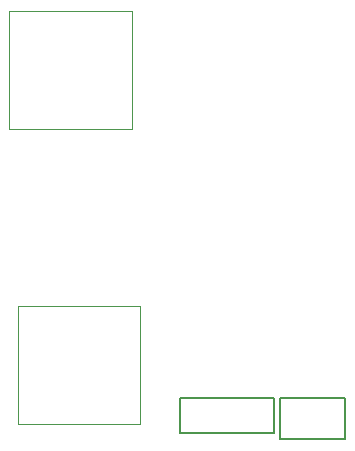
<source format=gbr>
G04 #@! TF.FileFunction,Other,User*
%FSLAX46Y46*%
G04 Gerber Fmt 4.6, Leading zero omitted, Abs format (unit mm)*
G04 Created by KiCad (PCBNEW 4.0.4+dfsg1-stable) date Mon Feb 27 19:18:29 2017*
%MOMM*%
%LPD*%
G01*
G04 APERTURE LIST*
%ADD10C,0.100000*%
%ADD11C,0.150000*%
%ADD12C,0.050000*%
G04 APERTURE END LIST*
D10*
D11*
X70500000Y1000000D02*
X65000000Y1000000D01*
X65000000Y1000000D02*
X65000000Y4500000D01*
X65000000Y4500000D02*
X70500000Y4500000D01*
X70500000Y4500000D02*
X70500000Y1000000D01*
X64500000Y1500000D02*
X56500000Y1500000D01*
X56500000Y1500000D02*
X56500000Y4500000D01*
X56500000Y4500000D02*
X64500000Y4500000D01*
X64500000Y4500000D02*
X64500000Y1500000D01*
D12*
X53150000Y2300000D02*
X53150000Y12300000D01*
X42750000Y2300000D02*
X42750000Y12300000D01*
X53150000Y2300000D02*
X42750000Y2300000D01*
X53150000Y12300000D02*
X42750000Y12300000D01*
X52400000Y27300000D02*
X52400000Y37300000D01*
X42000000Y27300000D02*
X42000000Y37300000D01*
X52400000Y27300000D02*
X42000000Y27300000D01*
X52400000Y37300000D02*
X42000000Y37300000D01*
M02*

</source>
